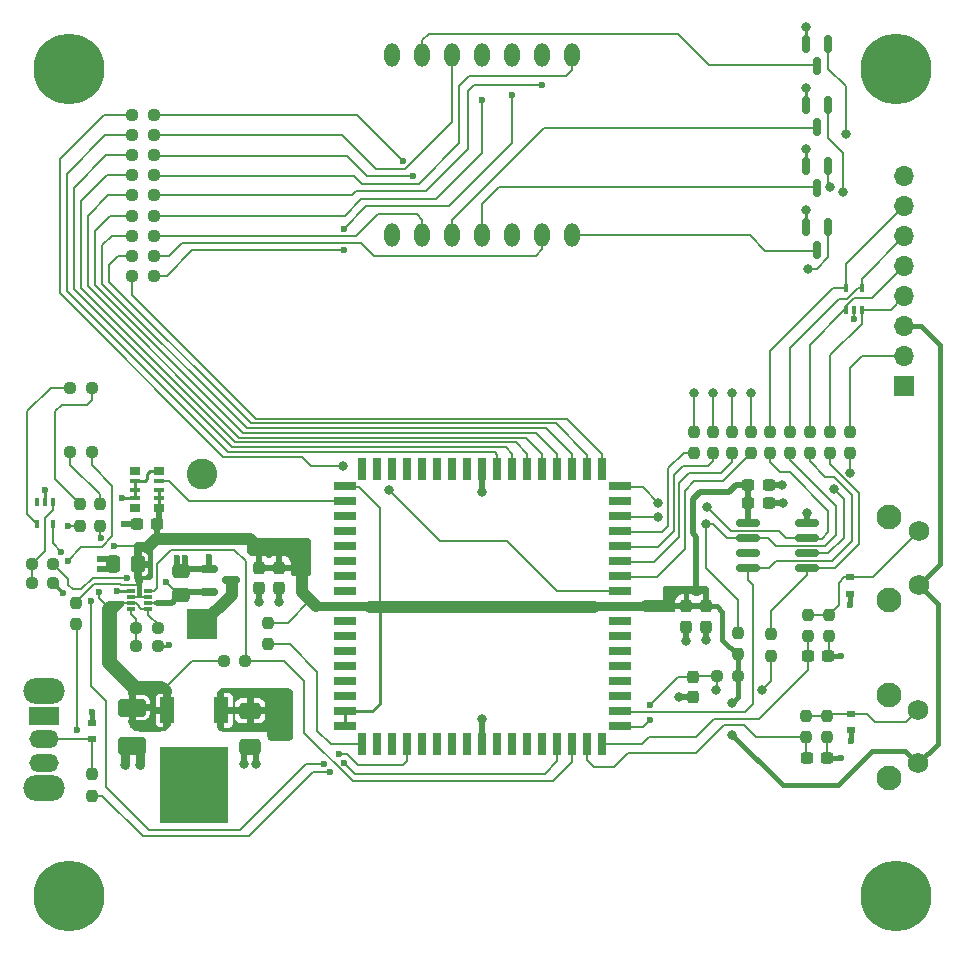
<source format=gtl>
G04 #@! TF.GenerationSoftware,KiCad,Pcbnew,6.0.10-86aedd382b~118~ubuntu22.04.1*
G04 #@! TF.CreationDate,2023-04-18T16:49:58-04:00*
G04 #@! TF.ProjectId,firstfpga-clock,66697273-7466-4706-9761-2d636c6f636b,rev?*
G04 #@! TF.SameCoordinates,Original*
G04 #@! TF.FileFunction,Copper,L1,Top*
G04 #@! TF.FilePolarity,Positive*
%FSLAX46Y46*%
G04 Gerber Fmt 4.6, Leading zero omitted, Abs format (unit mm)*
G04 Created by KiCad (PCBNEW 6.0.10-86aedd382b~118~ubuntu22.04.1) date 2023-04-18 16:49:58*
%MOMM*%
%LPD*%
G01*
G04 APERTURE LIST*
G04 Aperture macros list*
%AMRoundRect*
0 Rectangle with rounded corners*
0 $1 Rounding radius*
0 $2 $3 $4 $5 $6 $7 $8 $9 X,Y pos of 4 corners*
0 Add a 4 corners polygon primitive as box body*
4,1,4,$2,$3,$4,$5,$6,$7,$8,$9,$2,$3,0*
0 Add four circle primitives for the rounded corners*
1,1,$1+$1,$2,$3*
1,1,$1+$1,$4,$5*
1,1,$1+$1,$6,$7*
1,1,$1+$1,$8,$9*
0 Add four rect primitives between the rounded corners*
20,1,$1+$1,$2,$3,$4,$5,0*
20,1,$1+$1,$4,$5,$6,$7,0*
20,1,$1+$1,$6,$7,$8,$9,0*
20,1,$1+$1,$8,$9,$2,$3,0*%
G04 Aperture macros list end*
G04 #@! TA.AperFunction,SMDPad,CuDef*
%ADD10RoundRect,0.237500X0.250000X0.237500X-0.250000X0.237500X-0.250000X-0.237500X0.250000X-0.237500X0*%
G04 #@! TD*
G04 #@! TA.AperFunction,ComponentPad*
%ADD11C,6.000000*%
G04 #@! TD*
G04 #@! TA.AperFunction,SMDPad,CuDef*
%ADD12RoundRect,0.150000X-0.150000X0.587500X-0.150000X-0.587500X0.150000X-0.587500X0.150000X0.587500X0*%
G04 #@! TD*
G04 #@! TA.AperFunction,SMDPad,CuDef*
%ADD13RoundRect,0.237500X-0.237500X0.300000X-0.237500X-0.300000X0.237500X-0.300000X0.237500X0.300000X0*%
G04 #@! TD*
G04 #@! TA.AperFunction,SMDPad,CuDef*
%ADD14RoundRect,0.237500X-0.250000X-0.237500X0.250000X-0.237500X0.250000X0.237500X-0.250000X0.237500X0*%
G04 #@! TD*
G04 #@! TA.AperFunction,SMDPad,CuDef*
%ADD15RoundRect,0.150000X-0.825000X-0.150000X0.825000X-0.150000X0.825000X0.150000X-0.825000X0.150000X0*%
G04 #@! TD*
G04 #@! TA.AperFunction,SMDPad,CuDef*
%ADD16RoundRect,0.237500X0.237500X-0.250000X0.237500X0.250000X-0.237500X0.250000X-0.237500X-0.250000X0*%
G04 #@! TD*
G04 #@! TA.AperFunction,SMDPad,CuDef*
%ADD17RoundRect,0.237500X-0.300000X-0.237500X0.300000X-0.237500X0.300000X0.237500X-0.300000X0.237500X0*%
G04 #@! TD*
G04 #@! TA.AperFunction,SMDPad,CuDef*
%ADD18R,1.200000X2.200000*%
G04 #@! TD*
G04 #@! TA.AperFunction,SMDPad,CuDef*
%ADD19R,5.800000X6.400000*%
G04 #@! TD*
G04 #@! TA.AperFunction,SMDPad,CuDef*
%ADD20RoundRect,0.250000X0.337500X0.475000X-0.337500X0.475000X-0.337500X-0.475000X0.337500X-0.475000X0*%
G04 #@! TD*
G04 #@! TA.AperFunction,SMDPad,CuDef*
%ADD21RoundRect,0.250001X-0.924999X0.499999X-0.924999X-0.499999X0.924999X-0.499999X0.924999X0.499999X0*%
G04 #@! TD*
G04 #@! TA.AperFunction,SMDPad,CuDef*
%ADD22RoundRect,0.237500X-0.237500X0.250000X-0.237500X-0.250000X0.237500X-0.250000X0.237500X0.250000X0*%
G04 #@! TD*
G04 #@! TA.AperFunction,SMDPad,CuDef*
%ADD23R,0.400000X0.650000*%
G04 #@! TD*
G04 #@! TA.AperFunction,SMDPad,CuDef*
%ADD24RoundRect,0.250000X0.475000X-0.337500X0.475000X0.337500X-0.475000X0.337500X-0.475000X-0.337500X0*%
G04 #@! TD*
G04 #@! TA.AperFunction,ComponentPad*
%ADD25C,2.100000*%
G04 #@! TD*
G04 #@! TA.AperFunction,ComponentPad*
%ADD26C,1.750000*%
G04 #@! TD*
G04 #@! TA.AperFunction,SMDPad,CuDef*
%ADD27R,0.700000X1.925000*%
G04 #@! TD*
G04 #@! TA.AperFunction,SMDPad,CuDef*
%ADD28R,1.925000X0.700000*%
G04 #@! TD*
G04 #@! TA.AperFunction,ComponentPad*
%ADD29O,1.300000X2.000000*%
G04 #@! TD*
G04 #@! TA.AperFunction,SMDPad,CuDef*
%ADD30RoundRect,0.150000X-0.587500X-0.150000X0.587500X-0.150000X0.587500X0.150000X-0.587500X0.150000X0*%
G04 #@! TD*
G04 #@! TA.AperFunction,SMDPad,CuDef*
%ADD31R,0.670000X0.300000*%
G04 #@! TD*
G04 #@! TA.AperFunction,ComponentPad*
%ADD32O,3.500000X2.200000*%
G04 #@! TD*
G04 #@! TA.AperFunction,ComponentPad*
%ADD33R,2.500000X1.500000*%
G04 #@! TD*
G04 #@! TA.AperFunction,ComponentPad*
%ADD34O,2.500000X1.500000*%
G04 #@! TD*
G04 #@! TA.AperFunction,SMDPad,CuDef*
%ADD35RoundRect,0.237500X0.300000X0.237500X-0.300000X0.237500X-0.300000X-0.237500X0.300000X-0.237500X0*%
G04 #@! TD*
G04 #@! TA.AperFunction,SMDPad,CuDef*
%ADD36RoundRect,0.250000X-0.650000X0.412500X-0.650000X-0.412500X0.650000X-0.412500X0.650000X0.412500X0*%
G04 #@! TD*
G04 #@! TA.AperFunction,ComponentPad*
%ADD37R,1.700000X1.700000*%
G04 #@! TD*
G04 #@! TA.AperFunction,ComponentPad*
%ADD38O,1.700000X1.700000*%
G04 #@! TD*
G04 #@! TA.AperFunction,SMDPad,CuDef*
%ADD39R,0.900000X0.700000*%
G04 #@! TD*
G04 #@! TA.AperFunction,SMDPad,CuDef*
%ADD40R,0.900000X0.400000*%
G04 #@! TD*
G04 #@! TA.AperFunction,SMDPad,CuDef*
%ADD41R,0.700000X0.600000*%
G04 #@! TD*
G04 #@! TA.AperFunction,ComponentPad*
%ADD42R,2.600000X2.600000*%
G04 #@! TD*
G04 #@! TA.AperFunction,ComponentPad*
%ADD43C,2.600000*%
G04 #@! TD*
G04 #@! TA.AperFunction,ViaPad*
%ADD44C,0.600000*%
G04 #@! TD*
G04 #@! TA.AperFunction,ViaPad*
%ADD45C,0.800000*%
G04 #@! TD*
G04 #@! TA.AperFunction,Conductor*
%ADD46C,0.250000*%
G04 #@! TD*
G04 #@! TA.AperFunction,Conductor*
%ADD47C,0.203200*%
G04 #@! TD*
G04 #@! TA.AperFunction,Conductor*
%ADD48C,0.254000*%
G04 #@! TD*
G04 #@! TA.AperFunction,Conductor*
%ADD49C,0.381000*%
G04 #@! TD*
G04 #@! TA.AperFunction,Conductor*
%ADD50C,0.762000*%
G04 #@! TD*
G04 #@! TA.AperFunction,Conductor*
%ADD51C,0.508000*%
G04 #@! TD*
G04 #@! TA.AperFunction,Conductor*
%ADD52C,1.016000*%
G04 #@! TD*
G04 #@! TA.AperFunction,Conductor*
%ADD53C,1.270000*%
G04 #@! TD*
G04 APERTURE END LIST*
D10*
X216650000Y-91400000D03*
X214825000Y-91400000D03*
D11*
X230000000Y-110000000D03*
D12*
X224300000Y-43037500D03*
X222400000Y-43037500D03*
X223350000Y-44912500D03*
D13*
X213950000Y-85487500D03*
X213950000Y-87212500D03*
D14*
X165687500Y-88825000D03*
X167512500Y-88825000D03*
D11*
X160000000Y-40000000D03*
D15*
X217525000Y-78470000D03*
X217525000Y-79740000D03*
X217525000Y-81010000D03*
X217525000Y-82280000D03*
X222475000Y-82280000D03*
X222475000Y-81010000D03*
X222475000Y-79740000D03*
X222475000Y-78470000D03*
D16*
X161950000Y-101512500D03*
X161950000Y-99687500D03*
D12*
X224275000Y-48212500D03*
X222375000Y-48212500D03*
X223325000Y-50087500D03*
D10*
X167162500Y-54100000D03*
X165337500Y-54100000D03*
X167162500Y-43900000D03*
X165337500Y-43900000D03*
D16*
X219450000Y-89662500D03*
X219450000Y-87837500D03*
D17*
X217500000Y-76750000D03*
X219225000Y-76750000D03*
D18*
X172855000Y-94300000D03*
D19*
X170575000Y-100600000D03*
D18*
X168295000Y-94300000D03*
D10*
X167162500Y-57500000D03*
X165337500Y-57500000D03*
D13*
X177800000Y-82217500D03*
X177800000Y-83942500D03*
D20*
X165837500Y-81925000D03*
X163762500Y-81925000D03*
D13*
X212812500Y-91462500D03*
X212812500Y-93187500D03*
D10*
X167162500Y-49000000D03*
X165337500Y-49000000D03*
D11*
X230000000Y-40000000D03*
D21*
X165350000Y-94075000D03*
X165350000Y-97325000D03*
D17*
X222462500Y-98300000D03*
X224187500Y-98300000D03*
D22*
X214550000Y-70687500D03*
X214550000Y-72512500D03*
D16*
X222725000Y-72512500D03*
X222725000Y-70687500D03*
D17*
X217500000Y-75250000D03*
X219225000Y-75250000D03*
D23*
X158600000Y-76625000D03*
X157950000Y-76625000D03*
X157300000Y-76625000D03*
X157300000Y-78525000D03*
X158600000Y-78525000D03*
D11*
X160000000Y-110000000D03*
D16*
X216650000Y-89562500D03*
X216650000Y-87737500D03*
D22*
X224325000Y-86187500D03*
X224325000Y-88012500D03*
D17*
X222562500Y-89700000D03*
X224287500Y-89700000D03*
D22*
X222425000Y-94762500D03*
X222425000Y-96587500D03*
D16*
X160550000Y-87012500D03*
X160550000Y-85187500D03*
X226150000Y-72512500D03*
X226150000Y-70687500D03*
D24*
X169500000Y-84537500D03*
X169500000Y-82462500D03*
D16*
X162600000Y-78650000D03*
X162600000Y-76825000D03*
D12*
X224300000Y-53412500D03*
X222400000Y-53412500D03*
X223350000Y-55287500D03*
D13*
X176090000Y-82217500D03*
X176090000Y-83942500D03*
D25*
X229447500Y-77900000D03*
X229447500Y-84910000D03*
D26*
X231937500Y-79150000D03*
X231937500Y-83650000D03*
D22*
X217750000Y-70687500D03*
X217750000Y-72512500D03*
D27*
X195000000Y-73827500D03*
X193730000Y-73827500D03*
X192460000Y-73827500D03*
X191190000Y-73827500D03*
X189920000Y-73827500D03*
X188650000Y-73827500D03*
X187380000Y-73827500D03*
X186110000Y-73827500D03*
X184840000Y-73827500D03*
D28*
X183327500Y-75340000D03*
X183327500Y-76610000D03*
X183327500Y-77880000D03*
X183327500Y-79150000D03*
X183327500Y-80420000D03*
X183327500Y-81690000D03*
X183327500Y-82960000D03*
X183327500Y-84230000D03*
X183327500Y-85500000D03*
X183327500Y-86770000D03*
X183327500Y-88040000D03*
X183327500Y-89310000D03*
X183327500Y-90580000D03*
X183327500Y-91850000D03*
X183327500Y-93120000D03*
X183327500Y-94390000D03*
X183327500Y-95660000D03*
D27*
X184840000Y-97172500D03*
X186110000Y-97172500D03*
X187380000Y-97172500D03*
X188650000Y-97172500D03*
X189920000Y-97172500D03*
X191190000Y-97172500D03*
X192460000Y-97172500D03*
X193730000Y-97172500D03*
X195000000Y-97172500D03*
X196270000Y-97172500D03*
X197540000Y-97172500D03*
X198810000Y-97172500D03*
X200080000Y-97172500D03*
X201350000Y-97172500D03*
X202620000Y-97172500D03*
X203890000Y-97172500D03*
X205160000Y-97172500D03*
D28*
X206672500Y-95660000D03*
X206672500Y-94390000D03*
X206672500Y-93120000D03*
X206672500Y-91850000D03*
X206672500Y-90580000D03*
X206672500Y-89310000D03*
X206672500Y-88040000D03*
X206672500Y-86770000D03*
X206672500Y-85500000D03*
X206672500Y-84230000D03*
X206672500Y-82960000D03*
X206672500Y-81690000D03*
X206672500Y-80420000D03*
X206672500Y-79150000D03*
X206672500Y-77880000D03*
X206672500Y-76610000D03*
X206672500Y-75340000D03*
D27*
X205160000Y-73827500D03*
X203890000Y-73827500D03*
X202620000Y-73827500D03*
X201350000Y-73827500D03*
X200080000Y-73827500D03*
X198810000Y-73827500D03*
X197540000Y-73827500D03*
X196270000Y-73827500D03*
D22*
X212950000Y-70687500D03*
X212950000Y-72512500D03*
X224200000Y-94762500D03*
X224200000Y-96587500D03*
D10*
X167512500Y-87300000D03*
X165687500Y-87300000D03*
D29*
X202620000Y-38780000D03*
X200080000Y-38780000D03*
X197540000Y-38780000D03*
X195000000Y-38780000D03*
X192460000Y-38780000D03*
X189920000Y-38780000D03*
X187380000Y-38780000D03*
X187380000Y-54020000D03*
X189920000Y-54020000D03*
X192460000Y-54020000D03*
X195000000Y-54020000D03*
X197540000Y-54020000D03*
X200080000Y-54020000D03*
X202620000Y-54020000D03*
D16*
X221050000Y-72512500D03*
X221050000Y-70687500D03*
D10*
X167162500Y-55800000D03*
X165337500Y-55800000D03*
D30*
X171862500Y-82350000D03*
X171862500Y-84250000D03*
X173737500Y-83300000D03*
D14*
X165337500Y-45600000D03*
X167162500Y-45600000D03*
D31*
X165207500Y-84200000D03*
X165207500Y-84700000D03*
X165207500Y-85200000D03*
X165207500Y-85700000D03*
X166687500Y-85700000D03*
X166687500Y-85200000D03*
X166687500Y-84700000D03*
X166687500Y-84200000D03*
D10*
X167162500Y-47300000D03*
X165337500Y-47300000D03*
X161912500Y-66967400D03*
X160087500Y-66967400D03*
D32*
X157850000Y-92650000D03*
X157850000Y-100850000D03*
D33*
X157850000Y-94750000D03*
D34*
X157850000Y-96750000D03*
X157850000Y-98750000D03*
D35*
X167462500Y-78550000D03*
X165737500Y-78550000D03*
D22*
X222550000Y-86187500D03*
X222550000Y-88012500D03*
D36*
X175325000Y-94312500D03*
X175325000Y-97437500D03*
D37*
X230700000Y-66875000D03*
D38*
X230700000Y-64335000D03*
X230700000Y-61795000D03*
X230700000Y-59255000D03*
X230700000Y-56715000D03*
X230700000Y-54175000D03*
X230700000Y-51635000D03*
X230700000Y-49095000D03*
D22*
X216150000Y-70687500D03*
X216150000Y-72512500D03*
D13*
X212275000Y-85487500D03*
X212275000Y-87212500D03*
D10*
X161912500Y-72450000D03*
X160087500Y-72450000D03*
D22*
X176875000Y-86887500D03*
X176875000Y-88712500D03*
D16*
X219350000Y-72512500D03*
X219350000Y-70687500D03*
D39*
X167600000Y-77162500D03*
D40*
X167600000Y-76312500D03*
X167600000Y-75612500D03*
X167600000Y-74912500D03*
D39*
X167600000Y-74062500D03*
X165600000Y-74062500D03*
D40*
X165600000Y-74912500D03*
X165600000Y-75612500D03*
X165600000Y-76312500D03*
D39*
X165600000Y-77162500D03*
D10*
X158662500Y-81900000D03*
X156837500Y-81900000D03*
X167162500Y-50700000D03*
X165337500Y-50700000D03*
D25*
X229397500Y-93025000D03*
X229397500Y-100035000D03*
D26*
X231887500Y-94275000D03*
X231887500Y-98775000D03*
D41*
X161950000Y-96750000D03*
X161950000Y-95350000D03*
D10*
X167162500Y-52400000D03*
X165337500Y-52400000D03*
D14*
X173087500Y-90100000D03*
X174912500Y-90100000D03*
D41*
X226160000Y-83040000D03*
X226160000Y-84440000D03*
D14*
X156837500Y-83550000D03*
X158662500Y-83550000D03*
D16*
X160950000Y-78662500D03*
X160950000Y-76837500D03*
X224400000Y-72512500D03*
X224400000Y-70687500D03*
D23*
X225800000Y-60400000D03*
X226450000Y-60400000D03*
X227100000Y-60400000D03*
X227100000Y-58500000D03*
X225800000Y-58500000D03*
D12*
X224300000Y-37887500D03*
X222400000Y-37887500D03*
X223350000Y-39762500D03*
D41*
X226225000Y-94575000D03*
X226225000Y-95975000D03*
D42*
X171280000Y-87000000D03*
D43*
X171280000Y-74300000D03*
D44*
X169150000Y-81375000D03*
X226450000Y-61200000D03*
D45*
X222400000Y-41575000D03*
X220387500Y-75250000D03*
X177800000Y-85110000D03*
D44*
X226160000Y-85340000D03*
X164500000Y-76312500D03*
D45*
X222400000Y-36475000D03*
X164775000Y-98900000D03*
X195000000Y-95000000D03*
X222500000Y-77550000D03*
D44*
X162600000Y-81500000D03*
D45*
X168775000Y-99900000D03*
X170575000Y-101300000D03*
D44*
X226225000Y-96850000D03*
X169850000Y-81375000D03*
D45*
X170575000Y-99900000D03*
X195000000Y-75800000D03*
X212275000Y-88400000D03*
X175850000Y-98810000D03*
X172375000Y-98500000D03*
D44*
X225350000Y-98300000D03*
D45*
X168775000Y-101300000D03*
D44*
X225400000Y-89675000D03*
D45*
X168775000Y-102700000D03*
X172375000Y-99900000D03*
D44*
X162600000Y-82300000D03*
X157950000Y-75650000D03*
D45*
X168775000Y-98500000D03*
X174850000Y-98810000D03*
D44*
X161950000Y-94450000D03*
X164051100Y-84200000D03*
D45*
X222375000Y-46800000D03*
X170575000Y-98500000D03*
X220412500Y-76750000D03*
X222400000Y-51950000D03*
X176090000Y-85140000D03*
D44*
X159875000Y-78675000D03*
D45*
X165975000Y-98900000D03*
D44*
X168500000Y-88800000D03*
X159481250Y-84368750D03*
X171850000Y-81326100D03*
X164625000Y-78525000D03*
D45*
X213950000Y-88350000D03*
X170575000Y-102700000D03*
X172375000Y-101300000D03*
X172375000Y-102700000D03*
X211650000Y-93187500D03*
X216150000Y-93650000D03*
D44*
X163832606Y-80417478D03*
X162705127Y-79694789D03*
D45*
X216150000Y-96350000D03*
X212950000Y-67450000D03*
X222550000Y-56950000D03*
X224400000Y-49950000D03*
X214500000Y-67450000D03*
X225550000Y-50450000D03*
X216150000Y-67450000D03*
X225750000Y-45500000D03*
X217750000Y-67450000D03*
D44*
X188299958Y-47749958D03*
X189100000Y-49025000D03*
D45*
X224779601Y-75545400D03*
X226150000Y-74183494D03*
X209870000Y-77920000D03*
X213950000Y-78500000D03*
D44*
X182100000Y-99500000D03*
X183300042Y-98749958D03*
D45*
X214000000Y-77100000D03*
X209877748Y-76700000D03*
X177900000Y-96000000D03*
X177900000Y-94800000D03*
X177900000Y-93600000D03*
D44*
X162500000Y-84250000D03*
X159300042Y-80849958D03*
D45*
X187050000Y-75600000D03*
X183200000Y-73600000D03*
D44*
X168175000Y-83450000D03*
X164875000Y-83075000D03*
X200080000Y-41310000D03*
X195000000Y-42600000D03*
X183280000Y-55350000D03*
X197540000Y-42160000D03*
X183290000Y-53510000D03*
X181600000Y-98825000D03*
X159912853Y-81637147D03*
X161900000Y-85000000D03*
X182850000Y-97950000D03*
D45*
X214800000Y-92600000D03*
X218700000Y-92550000D03*
D44*
X209200000Y-93838900D03*
X209200000Y-95075000D03*
X160650000Y-96000000D03*
D46*
X222400000Y-41575000D02*
X222400000Y-43037500D01*
D47*
X224200000Y-96587500D02*
X224200000Y-98287500D01*
D48*
X166837500Y-74062500D02*
X167600000Y-74062500D01*
D49*
X226160000Y-85340000D02*
X226160000Y-84440000D01*
D48*
X168475000Y-88825000D02*
X168500000Y-88800000D01*
D50*
X164775000Y-98900000D02*
X164775000Y-97925000D01*
D47*
X224325000Y-88012500D02*
X224325000Y-89662500D01*
X163337500Y-81500000D02*
X163762500Y-81925000D01*
D51*
X176090000Y-83942500D02*
X176090000Y-85140000D01*
D47*
X224050000Y-89650000D02*
X224012500Y-89687500D01*
X165712500Y-78525000D02*
X165737500Y-78550000D01*
D51*
X171862500Y-82350000D02*
X169537500Y-82350000D01*
X175850000Y-98810000D02*
X175850000Y-97962500D01*
D46*
X222400000Y-36475000D02*
X222400000Y-37887500D01*
D51*
X220387500Y-75250000D02*
X219200000Y-75250000D01*
X171862500Y-81338600D02*
X171862500Y-82350000D01*
X169850000Y-82112500D02*
X169500000Y-82462500D01*
X177800000Y-83942500D02*
X177800000Y-85110000D01*
X212812500Y-93187500D02*
X211650000Y-93187500D01*
X222475000Y-77575000D02*
X222475000Y-78470000D01*
D48*
X167512500Y-88825000D02*
X168475000Y-88825000D01*
D51*
X169150000Y-82112500D02*
X169500000Y-82462500D01*
D47*
X160950000Y-78662500D02*
X159887500Y-78662500D01*
D51*
X174850000Y-98810000D02*
X174850000Y-97912500D01*
D48*
X166400000Y-74912500D02*
X166600000Y-74712500D01*
X166600000Y-74300000D02*
X166837500Y-74062500D01*
D47*
X159887500Y-78662500D02*
X159875000Y-78675000D01*
D51*
X195000000Y-97222500D02*
X195000000Y-95000000D01*
D48*
X165600000Y-74912500D02*
X166400000Y-74912500D01*
D46*
X159481250Y-84368750D02*
X158662500Y-83550000D01*
D51*
X162600000Y-81500000D02*
X163337500Y-81500000D01*
X169150000Y-81375000D02*
X169150000Y-82112500D01*
D50*
X164775000Y-97925000D02*
X165375000Y-97325000D01*
D51*
X220412500Y-76750000D02*
X219225000Y-76750000D01*
D49*
X224287500Y-89700000D02*
X225375000Y-89700000D01*
D51*
X175850000Y-97962500D02*
X175325000Y-97437500D01*
D48*
X165600000Y-76312500D02*
X164500000Y-76312500D01*
D47*
X163387500Y-82300000D02*
X163762500Y-81925000D01*
D51*
X212275000Y-87062500D02*
X212275000Y-88400000D01*
D50*
X165975000Y-98900000D02*
X165975000Y-97925000D01*
D51*
X171850000Y-81326100D02*
X171862500Y-81338600D01*
X174850000Y-97912500D02*
X175325000Y-97437500D01*
D47*
X224200000Y-98287500D02*
X224187500Y-98300000D01*
D49*
X226225000Y-96850000D02*
X226225000Y-95975000D01*
D51*
X222500000Y-77550000D02*
X222475000Y-77575000D01*
X162600000Y-82300000D02*
X163387500Y-82300000D01*
X169537500Y-82350000D02*
X169500000Y-82312500D01*
D48*
X166600000Y-74712500D02*
X166600000Y-74300000D01*
D51*
X169850000Y-81375000D02*
X169850000Y-82112500D01*
D46*
X164051100Y-84200000D02*
X165207500Y-84200000D01*
D50*
X165975000Y-97925000D02*
X165375000Y-97325000D01*
D46*
X222400000Y-51950000D02*
X222400000Y-53412500D01*
D51*
X164625000Y-78525000D02*
X165712500Y-78525000D01*
D48*
X165600000Y-74912500D02*
X165600000Y-76312500D01*
D49*
X161950000Y-95350000D02*
X161950000Y-94450000D01*
D47*
X226450000Y-61200000D02*
X226450000Y-60400000D01*
D46*
X222375000Y-46800000D02*
X222375000Y-48212500D01*
D47*
X224037500Y-89662500D02*
X224012500Y-89687500D01*
D49*
X225375000Y-89700000D02*
X225400000Y-89675000D01*
D51*
X195000000Y-73877500D02*
X195000000Y-75800000D01*
D46*
X157950000Y-76625000D02*
X157950000Y-75650000D01*
D49*
X225350000Y-98300000D02*
X224187500Y-98300000D01*
D51*
X213950000Y-87062500D02*
X213950000Y-88350000D01*
D47*
X213050000Y-96550000D02*
X209100000Y-96550000D01*
X222562500Y-89962500D02*
X222562500Y-90837500D01*
X208477500Y-97172500D02*
X205160000Y-97172500D01*
X214600000Y-95000000D02*
X213050000Y-96550000D01*
X222550000Y-88012500D02*
X222550000Y-89687500D01*
X209100000Y-96550000D02*
X208477500Y-97172500D01*
X222562500Y-90837500D02*
X218400000Y-95000000D01*
X218400000Y-95000000D02*
X214600000Y-95000000D01*
X207350000Y-97900000D02*
X206125000Y-99125000D01*
X213120210Y-97900000D02*
X207350000Y-97900000D01*
X218187500Y-96587500D02*
X217150000Y-95550000D01*
X206125000Y-99125000D02*
X204475000Y-99125000D01*
X222425000Y-98262500D02*
X222462500Y-98300000D01*
X204475000Y-99125000D02*
X203890000Y-98540000D01*
X222425000Y-96587500D02*
X222425000Y-98262500D01*
X203890000Y-98540000D02*
X203890000Y-97172500D01*
X217150000Y-95550000D02*
X215470210Y-95550000D01*
X215470210Y-95550000D02*
X213120210Y-97900000D01*
X222425000Y-96587500D02*
X218187500Y-96587500D01*
D51*
X213400000Y-75800000D02*
X215900000Y-75800000D01*
D52*
X186300000Y-85540000D02*
X204480000Y-85540000D01*
D51*
X213150000Y-84200000D02*
X213100000Y-84150000D01*
D47*
X165925000Y-84700000D02*
X166687500Y-84700000D01*
D51*
X167600000Y-77162500D02*
X167600000Y-78275000D01*
D47*
X178527100Y-86887500D02*
X176875000Y-86887500D01*
X162071810Y-83598400D02*
X160482710Y-85187500D01*
D48*
X167600000Y-75612500D02*
X167600000Y-77162500D01*
D52*
X167350000Y-79775000D02*
X166675000Y-80450000D01*
D46*
X183327500Y-94390000D02*
X185645000Y-94390000D01*
D51*
X177800000Y-82217500D02*
X176090000Y-82217500D01*
D47*
X216637500Y-91387500D02*
X216650000Y-91400000D01*
D49*
X233550000Y-97112500D02*
X231887500Y-98775000D01*
X228020000Y-97700000D02*
X230812500Y-97700000D01*
D51*
X213100000Y-84150000D02*
X213100000Y-79600000D01*
D47*
X186300000Y-77170000D02*
X186300000Y-85540000D01*
D49*
X233550000Y-85262500D02*
X233550000Y-97112500D01*
D51*
X167600000Y-78275000D02*
X167462500Y-78412500D01*
X217500000Y-76750000D02*
X217500000Y-75150000D01*
D52*
X208850000Y-85500000D02*
X210300000Y-85500000D01*
D51*
X217525000Y-76775000D02*
X217500000Y-76750000D01*
D46*
X186300000Y-93735000D02*
X186300000Y-85540000D01*
D49*
X230700000Y-61795000D02*
X232145000Y-61795000D01*
D52*
X175325000Y-79775000D02*
X176100000Y-80550000D01*
D49*
X215325000Y-85975000D02*
X215325000Y-88325000D01*
X216650000Y-89650000D02*
X216650000Y-93150000D01*
D47*
X163832606Y-80417478D02*
X166417478Y-80417478D01*
D51*
X215900000Y-75800000D02*
X216450000Y-75250000D01*
D46*
X185645000Y-94390000D02*
X186300000Y-93735000D01*
D51*
X217525000Y-78470000D02*
X217525000Y-76775000D01*
D49*
X216650000Y-93150000D02*
X216150000Y-93650000D01*
D51*
X213100000Y-79600000D02*
X212800000Y-79300000D01*
D49*
X232145000Y-61795000D02*
X233700000Y-63350000D01*
X230812500Y-97700000D02*
X231887500Y-98775000D01*
X216150000Y-96350000D02*
X220450000Y-100650000D01*
D52*
X180432300Y-84982300D02*
X180900000Y-85450000D01*
D49*
X215325000Y-88325000D02*
X216650000Y-89650000D01*
D52*
X180432300Y-84972300D02*
X179700000Y-84240000D01*
D47*
X164300291Y-83598400D02*
X162071810Y-83598400D01*
X165207500Y-84700000D02*
X165925000Y-84700000D01*
D46*
X183327500Y-95660000D02*
X183327500Y-94390000D01*
D47*
X166417478Y-80417478D02*
X166425000Y-80425000D01*
D51*
X212800000Y-76400000D02*
X213400000Y-75800000D01*
X212800000Y-79300000D02*
X212800000Y-76400000D01*
D52*
X185440000Y-85540000D02*
X186300000Y-85540000D01*
D49*
X214837500Y-85487500D02*
X215325000Y-85975000D01*
D47*
X162600000Y-79589662D02*
X162600000Y-78650000D01*
X165850000Y-83700000D02*
X164401891Y-83700000D01*
D49*
X233700000Y-63350000D02*
X233700000Y-81887500D01*
D51*
X178617500Y-82217500D02*
X177800000Y-82217500D01*
D52*
X167350000Y-79775000D02*
X175325000Y-79775000D01*
D51*
X216450000Y-75250000D02*
X217500000Y-75250000D01*
D49*
X225070000Y-100650000D02*
X228020000Y-97700000D01*
D52*
X179700000Y-84240000D02*
X179700000Y-81970000D01*
D49*
X233700000Y-81887500D02*
X231937500Y-83650000D01*
D47*
X164401891Y-83700000D02*
X164300291Y-83598400D01*
X162705127Y-79694789D02*
X162600000Y-79589662D01*
X178527100Y-86887500D02*
X180432300Y-84982300D01*
D49*
X220450000Y-100650000D02*
X225070000Y-100650000D01*
D47*
X183327500Y-75390000D02*
X184520000Y-75390000D01*
D49*
X216612500Y-91362500D02*
X216650000Y-91400000D01*
D51*
X167462500Y-78900000D02*
X167462500Y-80046500D01*
D49*
X213950000Y-85487500D02*
X214837500Y-85487500D01*
D47*
X165950000Y-83800000D02*
X165850000Y-83700000D01*
X184520000Y-75390000D02*
X186300000Y-77170000D01*
D49*
X231937500Y-83650000D02*
X233550000Y-85262500D01*
D52*
X180432300Y-84972300D02*
X180432300Y-84982300D01*
D47*
X212950000Y-70687500D02*
X212950000Y-67700000D01*
X222550000Y-56950000D02*
X223300000Y-56950000D01*
X224300000Y-55950000D02*
X224300000Y-53412500D01*
X223300000Y-56950000D02*
X224300000Y-55950000D01*
X202620000Y-54020000D02*
X217620000Y-54020000D01*
X217620000Y-54020000D02*
X218962500Y-55362500D01*
X223275000Y-55362500D02*
X223350000Y-55287500D01*
X218962500Y-55362500D02*
X223275000Y-55362500D01*
X161912500Y-67987500D02*
X161500000Y-68400000D01*
X161912500Y-66967400D02*
X161912500Y-67987500D01*
X161500000Y-68400000D02*
X159400000Y-68400000D01*
X158850000Y-68950000D02*
X158850000Y-74737500D01*
X158850000Y-74737500D02*
X160950000Y-76837500D01*
X159400000Y-68400000D02*
X158850000Y-68950000D01*
X224275000Y-49825000D02*
X224275000Y-48212500D01*
X224400000Y-49950000D02*
X224275000Y-49825000D01*
X214500000Y-70637500D02*
X214550000Y-70687500D01*
X214500000Y-67825000D02*
X214500000Y-70637500D01*
X195000000Y-54020000D02*
X195000000Y-51400000D01*
X195000000Y-51400000D02*
X196412500Y-49987500D01*
X223225000Y-49987500D02*
X223325000Y-50087500D01*
X223150000Y-49912500D02*
X223325000Y-50087500D01*
X196412500Y-49987500D02*
X223225000Y-49987500D01*
X216150000Y-70687500D02*
X216150000Y-67750000D01*
X225550000Y-50450000D02*
X225550000Y-47100000D01*
X225550000Y-47100000D02*
X224300000Y-45850000D01*
X224300000Y-45850000D02*
X224300000Y-43037500D01*
X192460000Y-54020000D02*
X192460000Y-52765000D01*
X223275000Y-44987500D02*
X223350000Y-44912500D01*
X192460000Y-52765000D02*
X200237500Y-44987500D01*
X200237500Y-44987500D02*
X223275000Y-44987500D01*
X224300000Y-40000000D02*
X224300000Y-37887500D01*
X225750000Y-41450000D02*
X224300000Y-40000000D01*
X225750000Y-45500000D02*
X225750000Y-41450000D01*
X217750000Y-70687500D02*
X217750000Y-67700000D01*
X184390000Y-43900000D02*
X167161250Y-43900000D01*
X188239958Y-47749958D02*
X184390000Y-43900000D01*
X223350000Y-39762500D02*
X223162500Y-39575000D01*
X211575000Y-37000000D02*
X214225000Y-39650000D01*
X190450000Y-37000000D02*
X211575000Y-37000000D01*
X189920000Y-38780000D02*
X189920000Y-37530000D01*
X223237500Y-39650000D02*
X223350000Y-39762500D01*
X189920000Y-37530000D02*
X190450000Y-37000000D01*
X214225000Y-39650000D02*
X223237500Y-39650000D01*
X183495000Y-47320000D02*
X167171250Y-47320000D01*
X189100000Y-49025000D02*
X185200000Y-49025000D01*
X185200000Y-49025000D02*
X183495000Y-47320000D01*
X165337500Y-59137500D02*
X165337500Y-57500000D01*
X175800000Y-69600000D02*
X165337500Y-59137500D01*
X202150000Y-69600000D02*
X175800000Y-69600000D01*
X205160000Y-72610000D02*
X202150000Y-69600000D01*
X205160000Y-73877500D02*
X205160000Y-72610000D01*
X184000000Y-100300000D02*
X201000000Y-100300000D01*
X202620000Y-98680000D02*
X202620000Y-97172500D01*
X179900000Y-96200000D02*
X184000000Y-100300000D01*
X167200000Y-84200000D02*
X167450000Y-83950000D01*
X174000000Y-80725000D02*
X174950000Y-81675000D01*
X174950000Y-81675000D02*
X174950000Y-90062500D01*
X179900000Y-91800000D02*
X179900000Y-96200000D01*
X174950000Y-90062500D02*
X174912500Y-90100000D01*
X168650000Y-80725000D02*
X174000000Y-80725000D01*
X178200000Y-90100000D02*
X179900000Y-91800000D01*
X167450000Y-83950000D02*
X167450000Y-81925000D01*
X166687500Y-84200000D02*
X167200000Y-84200000D01*
X174912500Y-90100000D02*
X178200000Y-90100000D01*
X167450000Y-81925000D02*
X168650000Y-80725000D01*
X201000000Y-100300000D02*
X202620000Y-98680000D01*
X225600000Y-79700000D02*
X224290000Y-81010000D01*
X226150000Y-74183494D02*
X226150000Y-72512500D01*
X225600000Y-76365799D02*
X225600000Y-79700000D01*
X224290000Y-81010000D02*
X222475000Y-81010000D01*
X224779601Y-75545400D02*
X225600000Y-76365799D01*
X156475000Y-77700000D02*
X156475000Y-68975000D01*
X158482600Y-66967400D02*
X160087500Y-66967400D01*
X157300000Y-78525000D02*
X156475000Y-77700000D01*
X156475000Y-68975000D02*
X158482600Y-66967400D01*
X161950000Y-96750000D02*
X157850000Y-96750000D01*
X161950000Y-96750000D02*
X161950000Y-99637500D01*
X161950000Y-99637500D02*
X162000000Y-99687500D01*
X224325000Y-86187500D02*
X222550000Y-86187500D01*
X224325000Y-86187500D02*
X225175000Y-85337500D01*
X228047500Y-83040000D02*
X231937500Y-79150000D01*
X226160000Y-83040000D02*
X228047500Y-83040000D01*
X225175000Y-85337500D02*
X225175000Y-83475000D01*
X225175000Y-83475000D02*
X225610000Y-83040000D01*
X225610000Y-83040000D02*
X226160000Y-83040000D01*
X217525000Y-82280000D02*
X219250000Y-82280000D01*
X224025000Y-74500000D02*
X222725000Y-73200000D01*
X217900000Y-93750000D02*
X217900000Y-83650000D01*
X226250000Y-76024293D02*
X224725707Y-74500000D01*
X224560000Y-81640000D02*
X226250000Y-79950000D01*
X222725000Y-73200000D02*
X222725000Y-72512500D01*
X217525000Y-83275000D02*
X217525000Y-82280000D01*
X206672500Y-94440000D02*
X217210000Y-94440000D01*
X224725707Y-74500000D02*
X224025000Y-74500000D01*
X217900000Y-83650000D02*
X217525000Y-83275000D01*
X219250000Y-82280000D02*
X219890000Y-81640000D01*
X226250000Y-79950000D02*
X226250000Y-76024293D01*
X219890000Y-81640000D02*
X224560000Y-81640000D01*
X217210000Y-94440000D02*
X217900000Y-93750000D01*
X221050000Y-73125000D02*
X221050000Y-72512500D01*
X224030000Y-80370000D02*
X224950000Y-79450000D01*
X224950000Y-77025000D02*
X221050000Y-73125000D01*
X213950000Y-78500000D02*
X213950000Y-82212500D01*
X224950000Y-79450000D02*
X224950000Y-77025000D01*
X217525000Y-79740000D02*
X215740000Y-79740000D01*
X216675000Y-87712500D02*
X216650000Y-87737500D01*
X217525000Y-79740000D02*
X219190000Y-79740000D01*
X214500000Y-78500000D02*
X213950000Y-78500000D01*
X215740000Y-79740000D02*
X214500000Y-78500000D01*
X209860000Y-77930000D02*
X206672500Y-77930000D01*
X216675000Y-84937500D02*
X216675000Y-87712500D01*
X219190000Y-79740000D02*
X219820000Y-80370000D01*
X219820000Y-80370000D02*
X224030000Y-80370000D01*
X213950000Y-82212500D02*
X216675000Y-84937500D01*
X200278200Y-99671800D02*
X184221884Y-99671800D01*
X201350000Y-97172500D02*
X201350000Y-98600000D01*
X201350000Y-98600000D02*
X200278200Y-99671800D01*
X184221884Y-99671800D02*
X183300042Y-98749958D01*
X162812500Y-101512500D02*
X162000000Y-101512500D01*
X182100000Y-99500000D02*
X180650000Y-99500000D01*
X180650000Y-99500000D02*
X175200000Y-104950000D01*
X175200000Y-104950000D02*
X166250000Y-104950000D01*
X166250000Y-104950000D02*
X162812500Y-101512500D01*
X212950000Y-72512500D02*
X212034300Y-72512500D01*
X210225000Y-79200000D02*
X206672500Y-79200000D01*
X210750000Y-78675000D02*
X210225000Y-79200000D01*
X210750000Y-73796800D02*
X210750000Y-78675000D01*
X212034300Y-72512500D02*
X210750000Y-73796800D01*
X208567748Y-75390000D02*
X206672500Y-75390000D01*
X220088400Y-79138400D02*
X220690000Y-79740000D01*
X214000000Y-77100000D02*
X216038400Y-79138400D01*
X222475000Y-79740000D02*
X222485000Y-79750000D01*
X219350000Y-73275000D02*
X219350000Y-72512500D01*
X209877748Y-76700000D02*
X208567748Y-75390000D01*
X224300000Y-77375000D02*
X221075000Y-74150000D01*
X216038400Y-79138400D02*
X220088400Y-79138400D01*
X224300000Y-79200000D02*
X224300000Y-77375000D01*
X220225000Y-74150000D02*
X219350000Y-73275000D01*
X221075000Y-74150000D02*
X220225000Y-74150000D01*
X222485000Y-79750000D02*
X223750000Y-79750000D01*
X223750000Y-79750000D02*
X224300000Y-79200000D01*
X220690000Y-79740000D02*
X222475000Y-79740000D01*
X159300042Y-80849958D02*
X158600000Y-80149916D01*
D53*
X163425000Y-90225000D02*
X165500000Y-92300000D01*
D47*
X167512500Y-87012500D02*
X166687500Y-86187500D01*
X165695000Y-85200000D02*
X165930000Y-85435000D01*
X158600000Y-80149916D02*
X158600000Y-78525000D01*
X166687500Y-86187500D02*
X166687500Y-85700000D01*
X167512500Y-87300000D02*
X167512500Y-87012500D01*
D53*
X163425000Y-86675000D02*
X163425000Y-90225000D01*
D47*
X170400000Y-90100000D02*
X167950000Y-92550000D01*
X162500000Y-84250000D02*
X162500000Y-84750000D01*
D53*
X163450000Y-85700000D02*
X163425000Y-85725000D01*
D47*
X163425000Y-86045152D02*
X163425000Y-86675000D01*
D53*
X163425000Y-85725000D02*
X163425000Y-86675000D01*
D47*
X173087500Y-90100000D02*
X170400000Y-90100000D01*
X166095000Y-85700000D02*
X166687500Y-85700000D01*
X165930000Y-85435000D02*
X165930000Y-85535000D01*
X165930000Y-85535000D02*
X166095000Y-85700000D01*
X165207500Y-85200000D02*
X165695000Y-85200000D01*
X162500000Y-84750000D02*
X163450000Y-85700000D01*
X167600000Y-74912500D02*
X168487500Y-74912500D01*
X168487500Y-74912500D02*
X170185000Y-76610000D01*
X170185000Y-76610000D02*
X183327500Y-76610000D01*
X162600000Y-76000000D02*
X162600000Y-76825000D01*
X160087500Y-72450000D02*
X160087500Y-73487500D01*
X160087500Y-73487500D02*
X162600000Y-76000000D01*
X226900000Y-80250000D02*
X226900000Y-75925000D01*
X224400000Y-73425000D02*
X224400000Y-72512500D01*
X219450000Y-85900000D02*
X219450000Y-87837500D01*
X224870000Y-82280000D02*
X226900000Y-80250000D01*
X222475000Y-82280000D02*
X224870000Y-82280000D01*
X226900000Y-75925000D02*
X224400000Y-73425000D01*
X222475000Y-82875000D02*
X219450000Y-85900000D01*
X222475000Y-82280000D02*
X222475000Y-82875000D01*
D52*
X173800000Y-84490000D02*
X173800000Y-83650000D01*
X171290000Y-87000000D02*
X173800000Y-84490000D01*
D47*
X211200000Y-79100000D02*
X211200000Y-74350000D01*
X214550000Y-73162500D02*
X214550000Y-72512500D01*
X211975000Y-73575000D02*
X214137500Y-73575000D01*
X211200000Y-74350000D02*
X211975000Y-73575000D01*
X214137500Y-73575000D02*
X214550000Y-73162500D01*
X209830000Y-80470000D02*
X211200000Y-79100000D01*
X206672500Y-80470000D02*
X209830000Y-80470000D01*
X209510000Y-81740000D02*
X211650000Y-79600000D01*
X211650000Y-79600000D02*
X211650000Y-75025000D01*
X206672500Y-81740000D02*
X209510000Y-81740000D01*
X216150000Y-73237500D02*
X216150000Y-72512500D01*
X211650000Y-75025000D02*
X212475000Y-74200000D01*
X215187500Y-74200000D02*
X216150000Y-73237500D01*
X212475000Y-74200000D02*
X215187500Y-74200000D01*
X165700000Y-86600000D02*
X165700000Y-87287500D01*
X165700000Y-87287500D02*
X165687500Y-87300000D01*
X165207500Y-86107500D02*
X165700000Y-86600000D01*
X165687500Y-88825000D02*
X165687500Y-87300000D01*
X165207500Y-85700000D02*
X165207500Y-86107500D01*
X212109600Y-80640400D02*
X209740000Y-83010000D01*
X217737500Y-72512500D02*
X215375000Y-74875000D01*
X212109600Y-75715400D02*
X212109600Y-80640400D01*
X215375000Y-74875000D02*
X212950000Y-74875000D01*
X217750000Y-72512500D02*
X217737500Y-72512500D01*
X209740000Y-83010000D02*
X206672500Y-83010000D01*
X212950000Y-74875000D02*
X212109600Y-75715400D01*
X183200000Y-73600000D02*
X180450000Y-73600000D01*
X180450000Y-73600000D02*
X179699000Y-72849000D01*
X162925000Y-43900000D02*
X165337500Y-43900000D01*
X179699000Y-72849000D02*
X173049000Y-72849000D01*
X159200000Y-59000000D02*
X159200000Y-47625000D01*
X201330000Y-84230000D02*
X197075000Y-79975000D01*
X159200000Y-47625000D02*
X162925000Y-43900000D01*
X191425000Y-79975000D02*
X187050000Y-75600000D01*
X173049000Y-72849000D02*
X159200000Y-59000000D01*
X206672500Y-84230000D02*
X201330000Y-84230000D01*
X197075000Y-79975000D02*
X191425000Y-79975000D01*
X159800000Y-48850000D02*
X163050000Y-45600000D01*
X159800000Y-58800000D02*
X159800000Y-48850000D01*
X196270000Y-72661800D02*
X196030600Y-72422400D01*
X173422400Y-72422400D02*
X159800000Y-58800000D01*
X163050000Y-45600000D02*
X165337500Y-45600000D01*
X196030600Y-72422400D02*
X173422400Y-72422400D01*
X196270000Y-73827500D02*
X196270000Y-72661800D01*
X197540000Y-73877500D02*
X197540000Y-72565210D01*
X173819200Y-72019200D02*
X160400000Y-58600000D01*
X197540000Y-72565210D02*
X196993990Y-72019200D01*
X160400000Y-50050000D02*
X163150000Y-47300000D01*
X160400000Y-58600000D02*
X160400000Y-50050000D01*
X163150000Y-47300000D02*
X165337500Y-47300000D01*
X196993990Y-72019200D02*
X173819200Y-72019200D01*
X198810000Y-72610000D02*
X197816000Y-71616000D01*
X163175000Y-49000000D02*
X165337500Y-49000000D01*
X161000000Y-51175000D02*
X163175000Y-49000000D01*
X161000000Y-58525525D02*
X161000000Y-51175000D01*
X197816000Y-71616000D02*
X174090475Y-71616000D01*
X174090475Y-71616000D02*
X161000000Y-58525525D01*
X198810000Y-73877500D02*
X198810000Y-72610000D01*
X163300000Y-50700000D02*
X165337500Y-50700000D01*
X200080000Y-73877500D02*
X200080000Y-72630000D01*
X200080000Y-72630000D02*
X198662800Y-71212800D01*
X161600000Y-52400000D02*
X163300000Y-50700000D01*
X198662800Y-71212800D02*
X174412800Y-71212800D01*
X174412800Y-71212800D02*
X161600000Y-58400000D01*
X161600000Y-58400000D02*
X161600000Y-52400000D01*
X162200000Y-58255315D02*
X162200000Y-53675000D01*
X199559600Y-70809600D02*
X174754285Y-70809600D01*
X163475000Y-52400000D02*
X165337500Y-52400000D01*
X174754285Y-70809600D02*
X162200000Y-58255315D01*
X162200000Y-53675000D02*
X163475000Y-52400000D01*
X201350000Y-72600000D02*
X199559600Y-70809600D01*
X201350000Y-73877500D02*
X201350000Y-72600000D01*
X202620000Y-73877500D02*
X202620000Y-72620000D01*
X175036190Y-70406400D02*
X162800000Y-58170210D01*
X163600000Y-54100000D02*
X165337500Y-54100000D01*
X202620000Y-72620000D02*
X200406400Y-70406400D01*
X162800000Y-54900000D02*
X163600000Y-54100000D01*
X200406400Y-70406400D02*
X175036190Y-70406400D01*
X162800000Y-58170210D02*
X162800000Y-54900000D01*
X203890000Y-72640000D02*
X201253200Y-70003200D01*
X163400000Y-58000000D02*
X163400000Y-56550000D01*
X175403200Y-70003200D02*
X163400000Y-58000000D01*
X203890000Y-73877500D02*
X203890000Y-72640000D01*
X163400000Y-56550000D02*
X164150000Y-55800000D01*
X164150000Y-55800000D02*
X165337500Y-55800000D01*
X201253200Y-70003200D02*
X175403200Y-70003200D01*
X157950000Y-77975000D02*
X158600000Y-77325000D01*
X157950000Y-80787500D02*
X157950000Y-77975000D01*
X156837500Y-81900000D02*
X157950000Y-80787500D01*
X158600000Y-77325000D02*
X158600000Y-76625000D01*
X156837500Y-81900000D02*
X156837500Y-83550000D01*
D51*
X171862500Y-84250000D02*
X169637500Y-84250000D01*
D47*
X164875000Y-83075000D02*
X162025000Y-83075000D01*
X168175000Y-83450000D02*
X169112500Y-84387500D01*
X162025000Y-83075000D02*
X161050000Y-84050000D01*
X160300000Y-84050000D02*
X159900000Y-83650000D01*
D51*
X168700000Y-85200000D02*
X167625000Y-85200000D01*
D47*
X159900000Y-83650000D02*
X159900000Y-83137500D01*
D51*
X169500000Y-84387500D02*
X169500000Y-84400000D01*
X169500000Y-84400000D02*
X168700000Y-85200000D01*
D47*
X169112500Y-84387500D02*
X169500000Y-84387500D01*
X158662500Y-81900000D02*
X158612500Y-81900000D01*
X159900000Y-83137500D02*
X158662500Y-81900000D01*
X161050000Y-84050000D02*
X160300000Y-84050000D01*
D51*
X169637500Y-84250000D02*
X169500000Y-84387500D01*
D47*
X230700000Y-64335000D02*
X227115000Y-64335000D01*
X227115000Y-64335000D02*
X226150000Y-65300000D01*
X226150000Y-65300000D02*
X226150000Y-70687500D01*
X183125000Y-45600000D02*
X185950000Y-48425000D01*
X185950000Y-48425000D02*
X188475000Y-48425000D01*
X188475000Y-48425000D02*
X192460000Y-44440000D01*
X192460000Y-44440000D02*
X192460000Y-38780000D01*
X167162500Y-45600000D02*
X183125000Y-45600000D01*
X193835000Y-40590000D02*
X193025000Y-41400000D01*
X193025000Y-41400000D02*
X193025000Y-46275000D01*
X202620000Y-40080000D02*
X202110000Y-40590000D01*
X202620000Y-38780000D02*
X202620000Y-40080000D01*
X193025000Y-46275000D02*
X189600000Y-49700000D01*
X189600000Y-49700000D02*
X184825000Y-49700000D01*
X167187500Y-49025000D02*
X167162500Y-49000000D01*
X184825000Y-49700000D02*
X184150000Y-49025000D01*
X202110000Y-40590000D02*
X193835000Y-40590000D01*
X184150000Y-49025000D02*
X167187500Y-49025000D01*
X226225000Y-94575000D02*
X227525000Y-94575000D01*
X224162500Y-94575000D02*
X226225000Y-94575000D01*
X227525000Y-94575000D02*
X228250000Y-95300000D01*
X228250000Y-95300000D02*
X230862500Y-95300000D01*
X224200000Y-94762500D02*
X222425000Y-94762500D01*
X230862500Y-95300000D02*
X231887500Y-94275000D01*
X190225000Y-50350000D02*
X184325000Y-50350000D01*
X194300000Y-41350000D02*
X193775000Y-41875000D01*
X193775000Y-41875000D02*
X193775000Y-46800000D01*
X183975000Y-50700000D02*
X167162500Y-50700000D01*
X200040000Y-41350000D02*
X194300000Y-41350000D01*
X184325000Y-50350000D02*
X183975000Y-50700000D01*
X193775000Y-46800000D02*
X190225000Y-50350000D01*
X200080000Y-41310000D02*
X200040000Y-41350000D01*
X183360000Y-52410000D02*
X167162500Y-52410000D01*
X195000000Y-47125000D02*
X191100000Y-51025000D01*
X184745000Y-51025000D02*
X183360000Y-52410000D01*
X191100000Y-51025000D02*
X184745000Y-51025000D01*
X195000000Y-42600000D02*
X195000000Y-47125000D01*
X167162500Y-54090000D02*
X167184100Y-54111600D01*
X189920000Y-52770000D02*
X189920000Y-54020000D01*
X189425000Y-52275000D02*
X189920000Y-52770000D01*
X184288400Y-54111600D02*
X186125000Y-52275000D01*
X186125000Y-52275000D02*
X189425000Y-52275000D01*
X167184100Y-54111600D02*
X184288400Y-54111600D01*
X167162500Y-55820000D02*
X168430000Y-55820000D01*
X168430000Y-55820000D02*
X169550000Y-54700000D01*
X169550000Y-54700000D02*
X184680000Y-54700000D01*
X200080000Y-55270000D02*
X200080000Y-54020000D01*
X184680000Y-54700000D02*
X185780000Y-55800000D01*
X185780000Y-55800000D02*
X199550000Y-55800000D01*
X199550000Y-55800000D02*
X200080000Y-55270000D01*
X185175000Y-51625000D02*
X183290000Y-53510000D01*
X192175000Y-51625000D02*
X185175000Y-51625000D01*
X197540000Y-46260000D02*
X192175000Y-51625000D01*
X167162500Y-57500000D02*
X168275000Y-57500000D01*
X197540000Y-42160000D02*
X197540000Y-46260000D01*
X168275000Y-57500000D02*
X170425000Y-55350000D01*
X170425000Y-55350000D02*
X183280000Y-55350000D01*
X178687500Y-88712500D02*
X181025800Y-91050800D01*
X181025800Y-96025800D02*
X182172500Y-97172500D01*
X181025800Y-91050800D02*
X181025800Y-96025800D01*
X182172500Y-97172500D02*
X184840000Y-97172500D01*
X177075000Y-88712500D02*
X178687500Y-88712500D01*
X163150000Y-93500000D02*
X163150000Y-100800000D01*
X161912500Y-73562500D02*
X161912500Y-72450000D01*
X188650000Y-98550000D02*
X188650000Y-97172500D01*
X183500000Y-97950000D02*
X184475000Y-98925000D01*
X166750000Y-104400000D02*
X174450000Y-104400000D01*
X159912853Y-81637147D02*
X161050000Y-80500000D01*
X184475000Y-98925000D02*
X188275000Y-98925000D01*
X188275000Y-98925000D02*
X188650000Y-98550000D01*
X182850000Y-97950000D02*
X183500000Y-97950000D01*
X163150000Y-100800000D02*
X166750000Y-104400000D01*
X161900000Y-92250000D02*
X163150000Y-93500000D01*
X163675000Y-79575000D02*
X163675000Y-75325000D01*
X161050000Y-80500000D02*
X162750000Y-80500000D01*
X180025000Y-98825000D02*
X181600000Y-98825000D01*
X163675000Y-75325000D02*
X161912500Y-73562500D01*
X162750000Y-80500000D02*
X163675000Y-79575000D01*
X161900000Y-85000000D02*
X161900000Y-92250000D01*
X174450000Y-104400000D02*
X180025000Y-98825000D01*
X208565000Y-95710000D02*
X209200000Y-95075000D01*
X211576400Y-91462500D02*
X212812500Y-91462500D01*
X209200000Y-93838900D02*
X211576400Y-91462500D01*
X218700000Y-92550000D02*
X219450000Y-91800000D01*
X214825000Y-91400000D02*
X212575000Y-91400000D01*
X219450000Y-89662500D02*
X219450000Y-91800000D01*
X214800000Y-92600000D02*
X214825000Y-92575000D01*
X214825000Y-92575000D02*
X214825000Y-91400000D01*
X206672500Y-95710000D02*
X208565000Y-95710000D01*
X160650000Y-87262500D02*
X160400000Y-87012500D01*
X160650000Y-96000000D02*
X160650000Y-87262500D01*
X226470210Y-59400000D02*
X228015000Y-59400000D01*
X225800000Y-60400000D02*
X225800000Y-60070210D01*
X228015000Y-59400000D02*
X230700000Y-56715000D01*
X222725000Y-63325000D02*
X225650000Y-60400000D01*
X225650000Y-60400000D02*
X225800000Y-60400000D01*
X222725000Y-70687500D02*
X222725000Y-63325000D01*
X225800000Y-60070210D02*
X226470210Y-59400000D01*
X227100000Y-61550000D02*
X227100000Y-60400000D01*
X227100000Y-60400000D02*
X229555000Y-60400000D01*
X224400000Y-70687500D02*
X224400000Y-64250000D01*
X229555000Y-60400000D02*
X230700000Y-59255000D01*
X224400000Y-64250000D02*
X227100000Y-61550000D01*
X225200000Y-59450000D02*
X225850000Y-59450000D01*
X221050000Y-63600000D02*
X225200000Y-59450000D01*
X227100000Y-58500000D02*
X227100000Y-57775000D01*
X225850000Y-59450000D02*
X226800000Y-58500000D01*
X226800000Y-58500000D02*
X227100000Y-58500000D01*
X227100000Y-57775000D02*
X230700000Y-54175000D01*
X221050000Y-70687500D02*
X221050000Y-63600000D01*
X225800000Y-56535000D02*
X230700000Y-51635000D01*
X224700000Y-58500000D02*
X225800000Y-58500000D01*
X219350000Y-70687500D02*
X219350000Y-63850000D01*
X219350000Y-63850000D02*
X224700000Y-58500000D01*
X225800000Y-58500000D02*
X225800000Y-56535000D01*
G04 #@! TA.AperFunction,Conductor*
G36*
X166892183Y-80018907D02*
G01*
X166903996Y-80028996D01*
X167046004Y-80171004D01*
X167073781Y-80225521D01*
X167075000Y-80241008D01*
X167075000Y-83058618D01*
X167056093Y-83116809D01*
X167045550Y-83129072D01*
X166904465Y-83268348D01*
X166849771Y-83295773D01*
X166833638Y-83296886D01*
X165765614Y-83283104D01*
X165707672Y-83263447D01*
X165696437Y-83253663D01*
X165553546Y-83108917D01*
X165526121Y-83054222D01*
X165525000Y-83039366D01*
X165525000Y-82991129D01*
X165534272Y-82962593D01*
X165537500Y-82942211D01*
X165537500Y-82934320D01*
X166137500Y-82934320D01*
X166141622Y-82947005D01*
X166145743Y-82950000D01*
X166214743Y-82950000D01*
X166220699Y-82949641D01*
X166301113Y-82939910D01*
X166313340Y-82936805D01*
X166441260Y-82886158D01*
X166452913Y-82879592D01*
X166562186Y-82796648D01*
X166571648Y-82787186D01*
X166654592Y-82677913D01*
X166661158Y-82666260D01*
X166711805Y-82538340D01*
X166714910Y-82526113D01*
X166724641Y-82445699D01*
X166725000Y-82439743D01*
X166725000Y-82240680D01*
X166720878Y-82227995D01*
X166716757Y-82225000D01*
X166153180Y-82225000D01*
X166140495Y-82229122D01*
X166137500Y-82233243D01*
X166137500Y-82934320D01*
X165537500Y-82934320D01*
X165537500Y-81609320D01*
X166137500Y-81609320D01*
X166141622Y-81622005D01*
X166145743Y-81625000D01*
X166709320Y-81625000D01*
X166722005Y-81620878D01*
X166725000Y-81616757D01*
X166725000Y-81410257D01*
X166724641Y-81404301D01*
X166714910Y-81323887D01*
X166711805Y-81311660D01*
X166661158Y-81183740D01*
X166654592Y-81172087D01*
X166571648Y-81062814D01*
X166562186Y-81053352D01*
X166452913Y-80970408D01*
X166441260Y-80963842D01*
X166313340Y-80913195D01*
X166301113Y-80910090D01*
X166220699Y-80900359D01*
X166214743Y-80900000D01*
X166153180Y-80900000D01*
X166140495Y-80904122D01*
X166137500Y-80908243D01*
X166137500Y-81609320D01*
X165537500Y-81609320D01*
X165537500Y-80915680D01*
X165529845Y-80892120D01*
X165525000Y-80861528D01*
X165525000Y-80241008D01*
X165543907Y-80182817D01*
X165553996Y-80171004D01*
X165696004Y-80028996D01*
X165750521Y-80001219D01*
X165766008Y-80000000D01*
X166833992Y-80000000D01*
X166892183Y-80018907D01*
G37*
G04 #@! TD.AperFunction*
G04 #@! TA.AperFunction,Conductor*
G36*
X178503182Y-92400419D02*
G01*
X178623018Y-92416195D01*
X178635370Y-92419506D01*
X178744041Y-92464519D01*
X178755115Y-92470912D01*
X178848438Y-92542522D01*
X178857478Y-92551562D01*
X178929088Y-92644885D01*
X178935483Y-92655962D01*
X178980494Y-92764629D01*
X178983805Y-92776982D01*
X178987211Y-92802855D01*
X178999581Y-92896817D01*
X179000000Y-92903213D01*
X179000000Y-96396787D01*
X178999581Y-96403183D01*
X178983805Y-96523016D01*
X178980494Y-96535370D01*
X178943946Y-96623607D01*
X178935483Y-96644038D01*
X178929088Y-96655115D01*
X178857478Y-96748438D01*
X178848438Y-96757478D01*
X178755115Y-96829088D01*
X178744041Y-96835481D01*
X178644050Y-96876899D01*
X178635371Y-96880494D01*
X178623018Y-96883805D01*
X178503183Y-96899581D01*
X178496787Y-96900000D01*
X177203858Y-96900000D01*
X177196193Y-96899397D01*
X177084058Y-96881637D01*
X177069477Y-96876899D01*
X176971800Y-96827130D01*
X176959398Y-96818119D01*
X176881881Y-96740602D01*
X176872870Y-96728200D01*
X176823101Y-96630523D01*
X176818363Y-96615942D01*
X176800000Y-96499999D01*
X176800000Y-96100000D01*
X173053213Y-96100000D01*
X173046817Y-96099581D01*
X172926982Y-96083805D01*
X172914629Y-96080494D01*
X172805959Y-96035481D01*
X172794885Y-96029088D01*
X172701562Y-95957478D01*
X172692520Y-95948435D01*
X172620914Y-95855116D01*
X172618494Y-95850925D01*
X172616575Y-95849006D01*
X172592238Y-95790252D01*
X173155000Y-95790252D01*
X173157855Y-95797144D01*
X173164747Y-95799999D01*
X173484556Y-95799999D01*
X173488379Y-95799698D01*
X173576342Y-95785768D01*
X173583582Y-95783415D01*
X173689611Y-95729391D01*
X173695771Y-95724915D01*
X173779915Y-95640771D01*
X173784391Y-95634611D01*
X173838415Y-95528582D01*
X173840768Y-95521342D01*
X173854699Y-95433379D01*
X173855000Y-95429557D01*
X173855000Y-94789686D01*
X174025000Y-94789686D01*
X174025075Y-94791594D01*
X174027704Y-94824998D01*
X174028598Y-94829894D01*
X174072857Y-94982233D01*
X174075290Y-94987856D01*
X174155744Y-95123896D01*
X174159502Y-95128741D01*
X174271259Y-95240498D01*
X174276104Y-95244256D01*
X174412144Y-95324710D01*
X174417767Y-95327143D01*
X174570106Y-95371402D01*
X174575002Y-95372296D01*
X174608406Y-95374925D01*
X174610314Y-95375000D01*
X175015253Y-95375000D01*
X175022145Y-95372145D01*
X175025000Y-95365253D01*
X175625000Y-95365253D01*
X175627855Y-95372145D01*
X175634747Y-95375000D01*
X176039686Y-95375000D01*
X176041594Y-95374925D01*
X176074998Y-95372296D01*
X176079894Y-95371402D01*
X176232233Y-95327143D01*
X176237856Y-95324710D01*
X176373896Y-95244256D01*
X176378741Y-95240498D01*
X176490498Y-95128741D01*
X176494256Y-95123896D01*
X176574710Y-94987856D01*
X176577143Y-94982233D01*
X176621402Y-94829894D01*
X176622296Y-94824998D01*
X176624925Y-94791594D01*
X176625000Y-94789686D01*
X176625000Y-94622247D01*
X176622145Y-94615355D01*
X176615253Y-94612500D01*
X175634747Y-94612500D01*
X175627855Y-94615355D01*
X175625000Y-94622247D01*
X175625000Y-95365253D01*
X175025000Y-95365253D01*
X175025000Y-94622247D01*
X175022145Y-94615355D01*
X175015253Y-94612500D01*
X174034747Y-94612500D01*
X174027855Y-94615355D01*
X174025000Y-94622247D01*
X174025000Y-94789686D01*
X173855000Y-94789686D01*
X173855000Y-94609747D01*
X173852145Y-94602855D01*
X173845253Y-94600000D01*
X173164747Y-94600000D01*
X173157855Y-94602855D01*
X173155000Y-94609747D01*
X173155000Y-95790252D01*
X172592238Y-95790252D01*
X172567037Y-95729410D01*
X172555000Y-95637979D01*
X172555000Y-94002753D01*
X174025000Y-94002753D01*
X174027855Y-94009645D01*
X174034747Y-94012500D01*
X175015253Y-94012500D01*
X175022145Y-94009645D01*
X175025000Y-94002753D01*
X175625000Y-94002753D01*
X175627855Y-94009645D01*
X175634747Y-94012500D01*
X176615253Y-94012500D01*
X176622145Y-94009645D01*
X176625000Y-94002753D01*
X176625000Y-93835314D01*
X176624925Y-93833406D01*
X176622296Y-93800002D01*
X176621402Y-93795106D01*
X176577143Y-93642767D01*
X176574710Y-93637144D01*
X176494256Y-93501104D01*
X176490498Y-93496259D01*
X176378741Y-93384502D01*
X176373896Y-93380744D01*
X176237856Y-93300290D01*
X176232233Y-93297857D01*
X176079894Y-93253598D01*
X176074998Y-93252704D01*
X176041594Y-93250075D01*
X176039686Y-93250000D01*
X175634747Y-93250000D01*
X175627855Y-93252855D01*
X175625000Y-93259747D01*
X175625000Y-94002753D01*
X175025000Y-94002753D01*
X175025000Y-93259747D01*
X175022145Y-93252855D01*
X175015253Y-93250000D01*
X174610314Y-93250000D01*
X174608406Y-93250075D01*
X174575002Y-93252704D01*
X174570106Y-93253598D01*
X174417767Y-93297857D01*
X174412144Y-93300290D01*
X174276104Y-93380744D01*
X174271259Y-93384502D01*
X174159502Y-93496259D01*
X174155744Y-93501104D01*
X174075290Y-93637144D01*
X174072857Y-93642767D01*
X174028598Y-93795106D01*
X174027704Y-93800002D01*
X174025075Y-93833406D01*
X174025000Y-93835314D01*
X174025000Y-94002753D01*
X172555000Y-94002753D01*
X172555000Y-93990253D01*
X173155000Y-93990253D01*
X173157855Y-93997145D01*
X173164747Y-94000000D01*
X173845252Y-94000000D01*
X173852144Y-93997145D01*
X173854999Y-93990253D01*
X173854999Y-93170444D01*
X173854698Y-93166621D01*
X173840768Y-93078658D01*
X173838415Y-93071418D01*
X173784391Y-92965389D01*
X173779915Y-92959229D01*
X173695771Y-92875085D01*
X173689611Y-92870609D01*
X173583582Y-92816585D01*
X173576342Y-92814232D01*
X173488379Y-92800301D01*
X173484557Y-92800000D01*
X173164747Y-92800000D01*
X173157855Y-92802855D01*
X173155000Y-92809747D01*
X173155000Y-93990253D01*
X172555000Y-93990253D01*
X172555000Y-92862021D01*
X172567037Y-92770590D01*
X172606172Y-92676110D01*
X172614518Y-92655961D01*
X172620914Y-92644884D01*
X172692520Y-92551565D01*
X172701562Y-92542522D01*
X172794885Y-92470912D01*
X172805959Y-92464519D01*
X172914630Y-92419506D01*
X172926982Y-92416195D01*
X173046818Y-92400419D01*
X173053213Y-92400000D01*
X178496787Y-92400000D01*
X178503182Y-92400419D01*
G37*
G04 #@! TD.AperFunction*
G04 #@! TA.AperFunction,Conductor*
G36*
X214046288Y-83798954D02*
G01*
X214127070Y-83852930D01*
X214181046Y-83933712D01*
X214200000Y-84029000D01*
X214200000Y-85488500D01*
X214181046Y-85583788D01*
X214127070Y-85664570D01*
X214046288Y-85718546D01*
X213951000Y-85737500D01*
X211324528Y-85737500D01*
X211304070Y-85741569D01*
X211295217Y-85786078D01*
X211293107Y-85785658D01*
X211281047Y-85846288D01*
X211227071Y-85927070D01*
X211146289Y-85981046D01*
X211051001Y-86000000D01*
X210499000Y-86000000D01*
X210403712Y-85981046D01*
X210322930Y-85927070D01*
X210268954Y-85846288D01*
X210250000Y-85751000D01*
X210250000Y-85212973D01*
X211300000Y-85212973D01*
X211304069Y-85233431D01*
X211324527Y-85237500D01*
X212000473Y-85237500D01*
X212020931Y-85233431D01*
X212025000Y-85212973D01*
X212525000Y-85212973D01*
X212529069Y-85233431D01*
X212549527Y-85237500D01*
X213675473Y-85237500D01*
X213695931Y-85233431D01*
X213700000Y-85212973D01*
X213700000Y-84474528D01*
X213695931Y-84454070D01*
X213675473Y-84450001D01*
X213669937Y-84450001D01*
X213657088Y-84450666D01*
X213574205Y-84459264D01*
X213547734Y-84464982D01*
X213411244Y-84510518D01*
X213385225Y-84522706D01*
X213251285Y-84605591D01*
X213250205Y-84603846D01*
X213180696Y-84639494D01*
X213083861Y-84647372D01*
X212991382Y-84617594D01*
X212965829Y-84600552D01*
X212838618Y-84522138D01*
X212812574Y-84509993D01*
X212675976Y-84464685D01*
X212649548Y-84459020D01*
X212567827Y-84450648D01*
X212555157Y-84450000D01*
X212549527Y-84450000D01*
X212529069Y-84454069D01*
X212525000Y-84474527D01*
X212525000Y-85212973D01*
X212025000Y-85212973D01*
X212025000Y-84474528D01*
X212020931Y-84454070D01*
X212000473Y-84450001D01*
X211994937Y-84450001D01*
X211982088Y-84450666D01*
X211899205Y-84459264D01*
X211872734Y-84464982D01*
X211736244Y-84510518D01*
X211710225Y-84522706D01*
X211588583Y-84597981D01*
X211566067Y-84615827D01*
X211465009Y-84717061D01*
X211447195Y-84739617D01*
X211372138Y-84861382D01*
X211359993Y-84887426D01*
X211314685Y-85024024D01*
X211309020Y-85050452D01*
X211300648Y-85132173D01*
X211300000Y-85144843D01*
X211300000Y-85212973D01*
X210250000Y-85212973D01*
X210250000Y-84029000D01*
X210268954Y-83933712D01*
X210322930Y-83852930D01*
X210403712Y-83798954D01*
X210499000Y-83780000D01*
X213951000Y-83780000D01*
X214046288Y-83798954D01*
G37*
G04 #@! TD.AperFunction*
G04 #@! TA.AperFunction,Conductor*
G36*
X167704843Y-91800477D02*
G01*
X167885388Y-91818259D01*
X167904418Y-91822045D01*
X167988886Y-91847667D01*
X168073353Y-91873290D01*
X168091283Y-91880717D01*
X168246969Y-91963933D01*
X168263106Y-91974715D01*
X168399573Y-92086710D01*
X168413290Y-92100427D01*
X168480102Y-92181837D01*
X168525285Y-92236894D01*
X168536067Y-92253031D01*
X168619283Y-92408717D01*
X168626710Y-92426647D01*
X168677955Y-92595580D01*
X168681741Y-92614614D01*
X168699143Y-92791296D01*
X168686031Y-92851060D01*
X168640294Y-92891703D01*
X168625477Y-92894802D01*
X168625592Y-92895155D01*
X168597995Y-92904122D01*
X168595000Y-92908243D01*
X168595000Y-95536714D01*
X168531470Y-95655570D01*
X168413290Y-95799573D01*
X168399573Y-95813290D01*
X168318163Y-95880102D01*
X168263106Y-95925285D01*
X168246969Y-95936067D01*
X168091283Y-96019283D01*
X168073353Y-96026710D01*
X167988886Y-96052333D01*
X167904418Y-96077955D01*
X167885388Y-96081741D01*
X167704843Y-96099523D01*
X167695139Y-96100000D01*
X166004861Y-96100000D01*
X165995157Y-96099523D01*
X165814612Y-96081741D01*
X165795582Y-96077955D01*
X165711114Y-96052333D01*
X165626647Y-96026710D01*
X165608717Y-96019283D01*
X165453031Y-95936067D01*
X165436894Y-95925285D01*
X165381837Y-95880102D01*
X165300427Y-95813290D01*
X165286710Y-95799573D01*
X165174715Y-95663106D01*
X165163933Y-95646969D01*
X165080717Y-95491283D01*
X165073290Y-95473353D01*
X165063670Y-95441639D01*
X167395000Y-95441639D01*
X167395346Y-95447485D01*
X167397234Y-95463353D01*
X167401128Y-95477519D01*
X167439770Y-95564514D01*
X167449946Y-95579321D01*
X167516108Y-95645367D01*
X167530931Y-95655517D01*
X167617980Y-95694000D01*
X167632185Y-95697873D01*
X167647580Y-95699668D01*
X167653292Y-95700000D01*
X167979320Y-95700000D01*
X167992005Y-95695878D01*
X167995000Y-95691757D01*
X167995000Y-94615680D01*
X167990878Y-94602995D01*
X167986757Y-94600000D01*
X167410680Y-94600000D01*
X167397995Y-94604122D01*
X167395000Y-94608243D01*
X167395000Y-95441639D01*
X165063670Y-95441639D01*
X165022045Y-95304420D01*
X165018259Y-95285386D01*
X165011111Y-95212811D01*
X165024223Y-95153047D01*
X165029541Y-95144916D01*
X165050000Y-95116757D01*
X165050000Y-95109320D01*
X165650000Y-95109320D01*
X165654122Y-95122005D01*
X165658243Y-95125000D01*
X166314741Y-95124999D01*
X166320699Y-95124640D01*
X166401113Y-95114910D01*
X166413337Y-95111805D01*
X166541260Y-95061157D01*
X166552912Y-95054592D01*
X166662182Y-94971651D01*
X166671651Y-94962182D01*
X166754592Y-94852912D01*
X166761157Y-94841260D01*
X166811805Y-94713339D01*
X166814910Y-94701112D01*
X166824641Y-94620698D01*
X166825000Y-94614742D01*
X166825000Y-94390680D01*
X166820878Y-94377995D01*
X166816757Y-94375000D01*
X165665680Y-94375000D01*
X165652995Y-94379122D01*
X165650000Y-94383243D01*
X165650000Y-95109320D01*
X165050000Y-95109320D01*
X165050000Y-93984320D01*
X167395000Y-93984320D01*
X167399122Y-93997005D01*
X167403243Y-94000000D01*
X167979320Y-94000000D01*
X167992005Y-93995878D01*
X167995000Y-93991757D01*
X167995000Y-92915680D01*
X167990878Y-92902995D01*
X167986757Y-92900000D01*
X167653361Y-92900000D01*
X167647515Y-92900346D01*
X167631647Y-92902234D01*
X167617481Y-92906128D01*
X167530486Y-92944770D01*
X167515679Y-92954946D01*
X167449633Y-93021108D01*
X167439483Y-93035931D01*
X167401000Y-93122980D01*
X167397127Y-93137185D01*
X167395332Y-93152580D01*
X167395000Y-93158292D01*
X167395000Y-93984320D01*
X165050000Y-93984320D01*
X165050000Y-93759320D01*
X165650000Y-93759320D01*
X165654122Y-93772005D01*
X165658243Y-93775000D01*
X166809319Y-93775000D01*
X166822004Y-93770878D01*
X166824999Y-93766757D01*
X166824999Y-93535259D01*
X166824640Y-93529301D01*
X166814910Y-93448887D01*
X166811805Y-93436663D01*
X166761157Y-93308740D01*
X166754592Y-93297088D01*
X166671651Y-93187818D01*
X166662182Y-93178349D01*
X166552912Y-93095408D01*
X166541260Y-93088843D01*
X166413339Y-93038195D01*
X166401112Y-93035090D01*
X166320698Y-93025359D01*
X166314742Y-93025000D01*
X165665680Y-93025001D01*
X165652995Y-93029123D01*
X165650000Y-93033244D01*
X165650000Y-93759320D01*
X165050000Y-93759320D01*
X165050000Y-93040681D01*
X165045878Y-93027995D01*
X165040810Y-93024313D01*
X165004846Y-92974813D01*
X165000000Y-92944220D01*
X165000000Y-92804861D01*
X165000477Y-92795157D01*
X165018259Y-92614614D01*
X165022045Y-92595580D01*
X165073290Y-92426647D01*
X165080717Y-92408717D01*
X165163933Y-92253031D01*
X165174715Y-92236894D01*
X165219898Y-92181837D01*
X165286710Y-92100427D01*
X165300427Y-92086710D01*
X165436894Y-91974715D01*
X165453031Y-91963933D01*
X165608717Y-91880717D01*
X165626647Y-91873290D01*
X165711114Y-91847667D01*
X165795582Y-91822045D01*
X165814612Y-91818259D01*
X165995157Y-91800477D01*
X166004861Y-91800000D01*
X167695139Y-91800000D01*
X167704843Y-91800477D01*
G37*
G04 #@! TD.AperFunction*
G04 #@! TA.AperFunction,Conductor*
G36*
X164649236Y-85073907D02*
G01*
X164654163Y-85080688D01*
X164680743Y-85100000D01*
X165208500Y-85100000D01*
X165266691Y-85118907D01*
X165302655Y-85168407D01*
X165307500Y-85199000D01*
X165307500Y-85201000D01*
X165288593Y-85259191D01*
X165239093Y-85295155D01*
X165208500Y-85300000D01*
X164688180Y-85300000D01*
X164675495Y-85304122D01*
X164672500Y-85308243D01*
X164672500Y-85352605D01*
X164661142Y-85387563D01*
X164553633Y-85491488D01*
X164553626Y-85491494D01*
X164481219Y-85561488D01*
X163950000Y-86075000D01*
X163915302Y-86213793D01*
X163914466Y-86217137D01*
X163914465Y-86217140D01*
X163859094Y-86438623D01*
X163855077Y-86451108D01*
X163814758Y-86552775D01*
X163801977Y-86575617D01*
X163740396Y-86657858D01*
X163722078Y-86676550D01*
X163674258Y-86713886D01*
X163641096Y-86739778D01*
X163618519Y-86753016D01*
X163523796Y-86792814D01*
X163498537Y-86799673D01*
X163393793Y-86813642D01*
X163390129Y-86814131D01*
X163377042Y-86815000D01*
X163347791Y-86815000D01*
X163332304Y-86813781D01*
X163224156Y-86796652D01*
X163194698Y-86787081D01*
X163104163Y-86740951D01*
X163079104Y-86722745D01*
X163007255Y-86650896D01*
X162989049Y-86625837D01*
X162942919Y-86535302D01*
X162933348Y-86505844D01*
X162916219Y-86397696D01*
X162915000Y-86382209D01*
X162915000Y-85561488D01*
X162915847Y-85548566D01*
X162930336Y-85438513D01*
X162937025Y-85413549D01*
X162976999Y-85317043D01*
X162989921Y-85294661D01*
X163053513Y-85211787D01*
X163071787Y-85193513D01*
X163154661Y-85129921D01*
X163177043Y-85116999D01*
X163273549Y-85077025D01*
X163298513Y-85070336D01*
X163408566Y-85055847D01*
X163421488Y-85055000D01*
X164591045Y-85055000D01*
X164649236Y-85073907D01*
G37*
G04 #@! TD.AperFunction*
G04 #@! TA.AperFunction,Conductor*
G36*
X166293451Y-83291297D02*
G01*
X166140272Y-83774141D01*
X166140272Y-83774144D01*
X166140000Y-83775000D01*
X166140000Y-84703300D01*
X166136573Y-84711573D01*
X166128300Y-84715000D01*
X165761700Y-84715000D01*
X165753427Y-84711573D01*
X165750000Y-84703300D01*
X165750000Y-83775000D01*
X165530000Y-83050000D01*
X166370000Y-83050000D01*
X166293451Y-83291297D01*
G37*
G04 #@! TD.AperFunction*
G04 #@! TA.AperFunction,Conductor*
G36*
X205663427Y-85103427D02*
G01*
X205710000Y-85150000D01*
X207600000Y-85150000D01*
X207600000Y-85750000D01*
X207640000Y-85850000D01*
X205710000Y-85850000D01*
X205663427Y-85896573D01*
X205655154Y-85900000D01*
X204361700Y-85900000D01*
X204353427Y-85896573D01*
X204350000Y-85888300D01*
X204350000Y-85111700D01*
X204353427Y-85103427D01*
X204361700Y-85100000D01*
X205655154Y-85100000D01*
X205663427Y-85103427D01*
G37*
G04 #@! TD.AperFunction*
G04 #@! TA.AperFunction,Conductor*
G36*
X167579234Y-84964371D02*
G01*
X167589515Y-84979593D01*
X167590000Y-84984392D01*
X167590000Y-85425015D01*
X167582971Y-85441986D01*
X167566000Y-85449015D01*
X167560743Y-85448432D01*
X167241243Y-85376707D01*
X167226224Y-85366131D01*
X167222500Y-85353290D01*
X167222500Y-85304773D01*
X167221102Y-85301398D01*
X167217727Y-85300000D01*
X166611500Y-85300000D01*
X166594529Y-85292971D01*
X166587500Y-85276000D01*
X166587500Y-85124000D01*
X166594529Y-85107029D01*
X166611500Y-85100000D01*
X167217727Y-85100000D01*
X167221102Y-85098602D01*
X167222500Y-85095227D01*
X167222500Y-85049597D01*
X167229529Y-85032626D01*
X167241701Y-85026082D01*
X167469494Y-84979593D01*
X167561202Y-84960877D01*
X167579234Y-84964371D01*
G37*
G04 #@! TD.AperFunction*
G04 #@! TA.AperFunction,Conductor*
G36*
X180346288Y-79698954D02*
G01*
X180427070Y-79752930D01*
X180481046Y-79833712D01*
X180500000Y-79929000D01*
X180500000Y-82651000D01*
X180481046Y-82746288D01*
X180427070Y-82827070D01*
X180346288Y-82881046D01*
X180251000Y-82900000D01*
X179016646Y-82900000D01*
X178921358Y-82881046D01*
X178840576Y-82827070D01*
X178786600Y-82746288D01*
X178767646Y-82651000D01*
X178768943Y-82625620D01*
X178774353Y-82572822D01*
X178775000Y-82560157D01*
X178775000Y-82492027D01*
X178770931Y-82471569D01*
X178750473Y-82467500D01*
X176089000Y-82467500D01*
X175993712Y-82448546D01*
X175912930Y-82394570D01*
X175858954Y-82313788D01*
X175840000Y-82218500D01*
X175840000Y-81942973D01*
X176340000Y-81942973D01*
X176344069Y-81963431D01*
X176364527Y-81967500D01*
X177525473Y-81967500D01*
X177545931Y-81963431D01*
X177550000Y-81942973D01*
X178050000Y-81942973D01*
X178054069Y-81963431D01*
X178074527Y-81967500D01*
X178750472Y-81967500D01*
X178770930Y-81963431D01*
X178774999Y-81942973D01*
X178774999Y-81874937D01*
X178774334Y-81862088D01*
X178765736Y-81779205D01*
X178760018Y-81752734D01*
X178714482Y-81616244D01*
X178702294Y-81590225D01*
X178627019Y-81468583D01*
X178609173Y-81446067D01*
X178507939Y-81345009D01*
X178485383Y-81327195D01*
X178363618Y-81252138D01*
X178337574Y-81239993D01*
X178200976Y-81194685D01*
X178174548Y-81189020D01*
X178092827Y-81180648D01*
X178080157Y-81180000D01*
X178074527Y-81180000D01*
X178054069Y-81184069D01*
X178050000Y-81204527D01*
X178050000Y-81942973D01*
X177550000Y-81942973D01*
X177550000Y-81204528D01*
X177545931Y-81184070D01*
X177525473Y-81180001D01*
X177519937Y-81180001D01*
X177507088Y-81180666D01*
X177424205Y-81189264D01*
X177397734Y-81194982D01*
X177261244Y-81240518D01*
X177235225Y-81252706D01*
X177113585Y-81327979D01*
X177099669Y-81339009D01*
X177013219Y-81383341D01*
X176916384Y-81391216D01*
X176823906Y-81361435D01*
X176790682Y-81339277D01*
X176775387Y-81327198D01*
X176653618Y-81252138D01*
X176627574Y-81239993D01*
X176490976Y-81194685D01*
X176464548Y-81189020D01*
X176382827Y-81180648D01*
X176370157Y-81180000D01*
X176364527Y-81180000D01*
X176344069Y-81184069D01*
X176340000Y-81204527D01*
X176340000Y-81942973D01*
X175840000Y-81942973D01*
X175840000Y-81204528D01*
X175835931Y-81184070D01*
X175815473Y-81180001D01*
X175809937Y-81180001D01*
X175797088Y-81180666D01*
X175714205Y-81189264D01*
X175687734Y-81194982D01*
X175559128Y-81237888D01*
X175462739Y-81250065D01*
X175369028Y-81224429D01*
X175304255Y-81177757D01*
X175172930Y-81046432D01*
X175118954Y-80965650D01*
X175100000Y-80870362D01*
X175100000Y-79929000D01*
X175118954Y-79833712D01*
X175172930Y-79752930D01*
X175253712Y-79698954D01*
X175349000Y-79680000D01*
X180251000Y-79680000D01*
X180346288Y-79698954D01*
G37*
G04 #@! TD.AperFunction*
G04 #@! TA.AperFunction,Conductor*
G36*
X208996573Y-85103427D02*
G01*
X209000000Y-85111700D01*
X209000000Y-85888300D01*
X208996573Y-85896573D01*
X208988300Y-85900000D01*
X207694846Y-85900000D01*
X207686573Y-85896573D01*
X207640000Y-85850000D01*
X205750000Y-85850000D01*
X205750000Y-85250000D01*
X205710000Y-85150000D01*
X207640000Y-85150000D01*
X207686573Y-85103427D01*
X207694846Y-85100000D01*
X208988300Y-85100000D01*
X208996573Y-85103427D01*
G37*
G04 #@! TD.AperFunction*
G04 #@! TA.AperFunction,Conductor*
G36*
X182313427Y-85103427D02*
G01*
X182360000Y-85150000D01*
X184290000Y-85150000D01*
X184336573Y-85103427D01*
X184344846Y-85100000D01*
X185498300Y-85100000D01*
X185506573Y-85103427D01*
X185510000Y-85111700D01*
X185510000Y-85888300D01*
X185506573Y-85896573D01*
X185498300Y-85900000D01*
X184344846Y-85900000D01*
X184336573Y-85896573D01*
X184290000Y-85850000D01*
X182360000Y-85850000D01*
X182313427Y-85896573D01*
X182305154Y-85900000D01*
X181011700Y-85900000D01*
X181003427Y-85896573D01*
X181000000Y-85888300D01*
X181000000Y-85111700D01*
X181003427Y-85103427D01*
X181011700Y-85100000D01*
X182305154Y-85100000D01*
X182313427Y-85103427D01*
G37*
G04 #@! TD.AperFunction*
M02*

</source>
